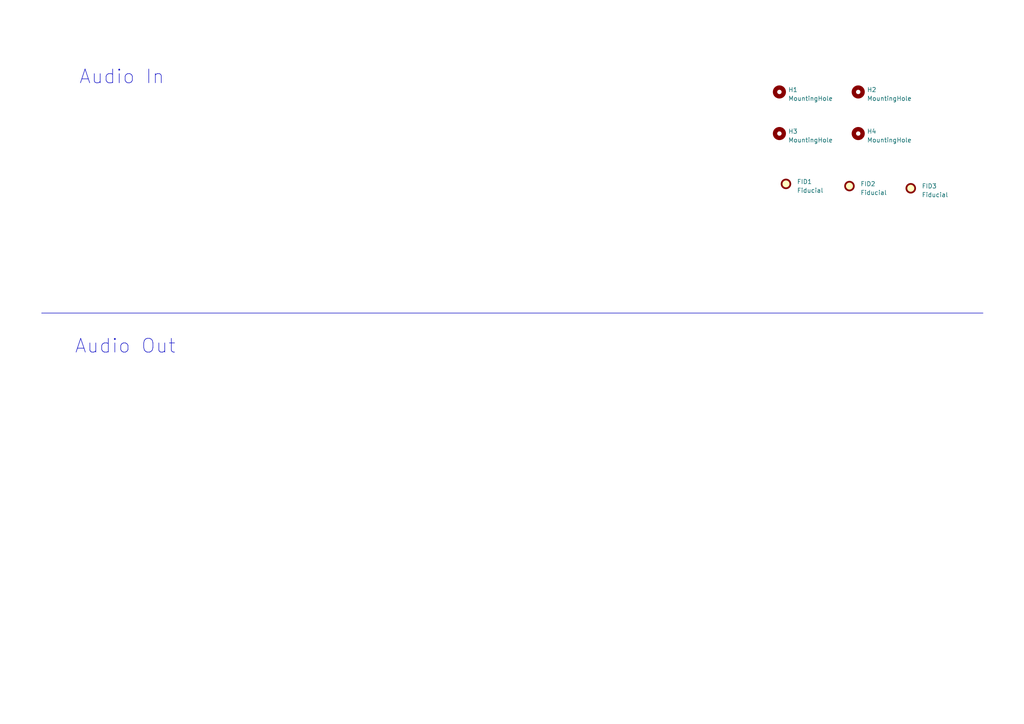
<source format=kicad_sch>
(kicad_sch (version 20230121) (generator eeschema)
  (paper "A4")
  (title_block (title "Effects Paddle") (date "2023-07-01") (rev "0.1") (company "Selbstständig"))
  (lib_symbols
    (symbol "Mechanical:Fiducial"
      (property "Reference" "FID" (at 0 5.08 0))
      (property "Value" "Fiducial" (at 0 3.175 0))
      (symbol "Fiducial_0_1"
        (circle (center 0 0) (radius 1.27) (stroke (width 0.508)) (fill (type background)))
      )
    )
    (symbol "Mechanical:MountingHole" (pin_names (offset 1.016))
      (property "Reference" "H" (at 0 5.08 0))
      (property "Value" "MountingHole" (at 0 3.175 0))
      (symbol "MountingHole_0_1"
        (circle (center 0 0) (radius 1.27) (stroke (width 1.27)))
      )
    )
  )
  (polyline (pts (xy 12.065 90.805) (xy 285.115 90.805)))
  (text "Audio In" (at 22.86 24.765 0) (effects (font (size 4 4)) (justify left bottom)))
  (text "Audio Out" (at 21.59 102.87 0) (effects (font (size 4 4)) (justify left bottom)))
  (symbol (lib_id "Mechanical:MountingHole") (at 248.92 26.67 0) (unit 1) (in_bom no)
    (property "Reference" "H2" (at 251.46 26.035 0) (effects (justify left)))
    (property "Value" "MountingHole" (at 251.46 28.575 0) (effects (justify left)))
    (property "Footprint" "MountingHole:MountingHole_3.2mm_M3" (effects hide))
  )
  (symbol (lib_id "Mechanical:MountingHole") (at 226.06 38.735 0) (unit 1) (in_bom no)
    (property "Reference" "H3" (at 228.6 38.1 0) (effects (justify left)))
    (property "Value" "MountingHole" (at 228.6 40.64 0) (effects (justify left)))
    (property "Footprint" "MountingHole:MountingHole_3.2mm_M3" (effects hide))
  )
  (symbol (lib_id "Mechanical:Fiducial") (at 227.965 53.34 0) (unit 1) (in_bom no)
    (property "Reference" "FID1" (at 231.14 52.705 0) (effects (justify left)))
    (property "Value" "Fiducial" (at 231.14 55.245 0) (effects (justify left)))
    (property "Footprint" "Fiducial:Fiducial_1mm_Mask2mm" (effects hide))
  )
  (symbol (lib_id "Mechanical:MountingHole") (at 226.06 26.67 0) (unit 1) (in_bom no)
    (property "Reference" "H1" (at 228.6 26.035 0) (effects (justify left)))
    (property "Value" "MountingHole" (at 228.6 28.575 0) (effects (justify left)))
    (property "Footprint" "MountingHole:MountingHole_3.2mm_M3" (effects hide))
  )
  (symbol (lib_id "Mechanical:Fiducial") (at 264.16 54.61 0) (unit 1) (in_bom no)
    (property "Reference" "FID3" (at 267.335 53.975 0) (effects (justify left)))
    (property "Value" "Fiducial" (at 267.335 56.515 0) (effects (justify left)))
    (property "Footprint" "Fiducial:Fiducial_1mm_Mask2mm" (effects hide))
  )
  (symbol (lib_id "Mechanical:MountingHole") (at 248.92 38.735 0) (unit 1) (in_bom no)
    (property "Reference" "H4" (at 251.46 38.1 0) (effects (justify left)))
    (property "Value" "MountingHole" (at 251.46 40.64 0) (effects (justify left)))
    (property "Footprint" "MountingHole:MountingHole_3.2mm_M3" (effects hide))
  )
  (symbol (lib_id "Mechanical:Fiducial") (at 246.38 53.975 0) (unit 1) (in_bom no)
    (property "Reference" "FID2" (at 249.555 53.34 0) (effects (justify left)))
    (property "Value" "Fiducial" (at 249.555 55.88 0) (effects (justify left)))
    (property "Footprint" "Fiducial:Fiducial_1mm_Mask2mm" (effects hide))
  )
)
</source>
